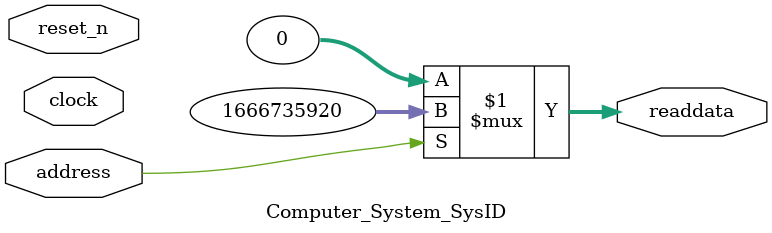
<source format=v>



// synthesis translate_off
`timescale 1ns / 1ps
// synthesis translate_on

// turn off superfluous verilog processor warnings 
// altera message_level Level1 
// altera message_off 10034 10035 10036 10037 10230 10240 10030 

module Computer_System_SysID (
               // inputs:
                address,
                clock,
                reset_n,

               // outputs:
                readdata
             )
;

  output  [ 31: 0] readdata;
  input            address;
  input            clock;
  input            reset_n;

  wire    [ 31: 0] readdata;
  //control_slave, which is an e_avalon_slave
  assign readdata = address ? 1666735920 : 0;

endmodule



</source>
